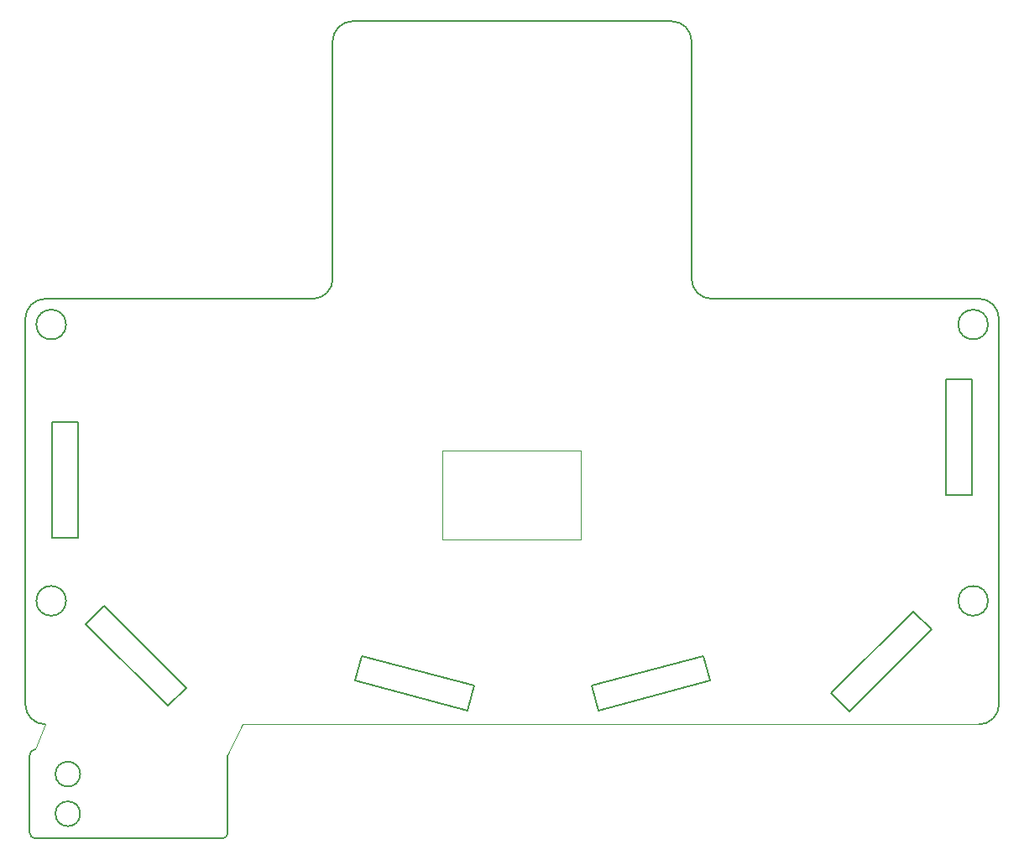
<source format=gbr>
%TF.GenerationSoftware,KiCad,Pcbnew,8.0.1*%
%TF.CreationDate,2025-03-10T11:27:29+01:00*%
%TF.ProjectId,main_board,6d61696e-5f62-46f6-9172-642e6b696361,rev?*%
%TF.SameCoordinates,Original*%
%TF.FileFunction,Profile,NP*%
%FSLAX46Y46*%
G04 Gerber Fmt 4.6, Leading zero omitted, Abs format (unit mm)*
G04 Created by KiCad (PCBNEW 8.0.1) date 2025-03-10 11:27:29*
%MOMM*%
%LPD*%
G01*
G04 APERTURE LIST*
%TA.AperFunction,Profile*%
%ADD10C,0.200000*%
%TD*%
%TA.AperFunction,Profile*%
%ADD11C,0.050000*%
%TD*%
%TA.AperFunction,Profile*%
%ADD12C,0.010000*%
%TD*%
G04 APERTURE END LIST*
D10*
X142182960Y-133961262D02*
X130881628Y-130933079D01*
X102910000Y-116500001D02*
X100310000Y-116500001D01*
X103140000Y-140370000D02*
G75*
G02*
X100640000Y-140370000I-1250000J0D01*
G01*
X100640000Y-140370000D02*
G75*
G02*
X103140000Y-140370000I1250000J0D01*
G01*
X154717591Y-131449855D02*
X166018923Y-128421672D01*
X195810000Y-133348890D02*
G75*
G02*
X193810002Y-135348900I-2000000J-10D01*
G01*
X190510000Y-100500001D02*
X193110000Y-100500001D01*
X118034366Y-146270000D02*
X118034366Y-138470000D01*
X180749345Y-134055996D02*
X178910868Y-132217519D01*
X99609999Y-135348889D02*
G75*
G02*
X97610011Y-133348891I1J1999989D01*
G01*
X166809999Y-92400001D02*
G75*
G02*
X164809999Y-90400002I1J2000001D01*
G01*
X100310000Y-116500001D02*
X100310000Y-104800001D01*
X101710000Y-95000001D02*
G75*
G02*
X98710000Y-95000001I-1500000J0D01*
G01*
X98710000Y-95000001D02*
G75*
G02*
X101710000Y-95000001I1500000J0D01*
G01*
X155390521Y-133961262D02*
X154717591Y-131449855D01*
X97610000Y-94400000D02*
X97610000Y-133348891D01*
X98034366Y-138470000D02*
G75*
G02*
X98634366Y-137869966I600034J0D01*
G01*
X98634366Y-146870000D02*
X117434366Y-146870000D01*
X194710000Y-95000001D02*
G75*
G02*
X191710000Y-95000001I-1500000J0D01*
G01*
X191710000Y-95000001D02*
G75*
G02*
X194710000Y-95000001I1500000J0D01*
G01*
X103140000Y-144370000D02*
G75*
G02*
X100640000Y-144370000I-1250000J0D01*
G01*
X100640000Y-144370000D02*
G75*
G02*
X103140000Y-144370000I1250000J0D01*
G01*
X178910868Y-132217519D02*
X187184017Y-123944369D01*
X130881628Y-130933079D02*
X131554558Y-128421672D01*
D11*
X98634366Y-137870000D02*
X99609999Y-135348889D01*
D10*
X193110000Y-100500001D02*
X193110000Y-112200001D01*
X128610000Y-66400000D02*
G75*
G02*
X130609998Y-64400000I2000000J0D01*
G01*
X131554558Y-128421672D02*
X142855890Y-131449855D01*
X101710000Y-122884369D02*
G75*
G02*
X98710000Y-122884369I-1500000J0D01*
G01*
X98710000Y-122884369D02*
G75*
G02*
X101710000Y-122884369I1500000J0D01*
G01*
X103710000Y-125208323D02*
X105548478Y-123369845D01*
D11*
X118034366Y-138470000D02*
X119500000Y-135350306D01*
D10*
X111983149Y-133481472D02*
X103710000Y-125208323D01*
X194710000Y-122884369D02*
G75*
G02*
X191710000Y-122884369I-1500000J0D01*
G01*
X191710000Y-122884369D02*
G75*
G02*
X194710000Y-122884369I1500000J0D01*
G01*
X162810001Y-64400001D02*
G75*
G02*
X164809999Y-66400000I-1J-1999999D01*
G01*
X100310000Y-104800001D02*
X102910000Y-104800001D01*
X142855890Y-131449855D02*
X142182960Y-133961262D01*
X166018923Y-128421672D02*
X166691853Y-130933079D01*
X189022495Y-125782847D02*
X180749345Y-134055996D01*
D11*
X119500000Y-135350306D02*
X193810002Y-135348889D01*
D10*
X128610000Y-90400002D02*
G75*
G02*
X126610001Y-92400000I-2000000J2D01*
G01*
X98034366Y-138470000D02*
X98034366Y-146270001D01*
X187184017Y-123944369D02*
X189022495Y-125782847D01*
X190510000Y-112200001D02*
X190510000Y-100500001D01*
X193810001Y-92400001D02*
X166809999Y-92400001D01*
X97610000Y-94400000D02*
G75*
G02*
X99609998Y-92400000I2000000J0D01*
G01*
X166691853Y-130933079D02*
X155390521Y-133961262D01*
X105548478Y-123369845D02*
X113821627Y-131642994D01*
X98634366Y-146870000D02*
G75*
G02*
X98034400Y-146270001I34J600000D01*
G01*
X195810000Y-133348890D02*
X195810000Y-94400000D01*
X164810000Y-90400002D02*
X164810000Y-66400000D01*
X162810001Y-64400001D02*
X130609998Y-64400001D01*
X126610001Y-92400001D02*
X99609998Y-92400001D01*
X128610000Y-66400000D02*
X128610000Y-90400002D01*
X118034366Y-146270000D02*
G75*
G02*
X117434366Y-146869966I-599966J0D01*
G01*
X193110000Y-112200001D02*
X190510000Y-112200001D01*
X193810001Y-92400001D02*
G75*
G02*
X195809999Y-94400000I-1J-1999999D01*
G01*
X102910000Y-104800001D02*
X102910000Y-116500001D01*
X113821627Y-131642994D02*
X111983149Y-133481472D01*
D12*
%TO.C,U1*%
X139670000Y-107720000D02*
X153670000Y-107720000D01*
X139670000Y-116720000D02*
X139670000Y-107720000D01*
X153670000Y-107720000D02*
X153670000Y-116720000D01*
X153670000Y-116720000D02*
X139670000Y-116720000D01*
%TD*%
M02*

</source>
